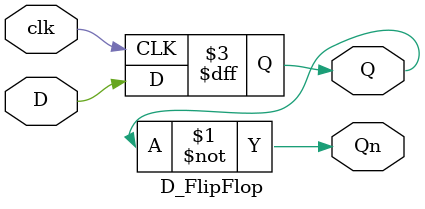
<source format=v>
`timescale 1ns / 1ps
module D_FlipFlop (
    input D,    // Data input
    input clk,  // Clock input
    output reg Q, // Output
    output Qn   // Complement of output
);

    assign Qn = ~Q;

    always @(posedge clk) begin
        Q <= D; // On clock edge, output takes the value of D
    end

endmodule

</source>
